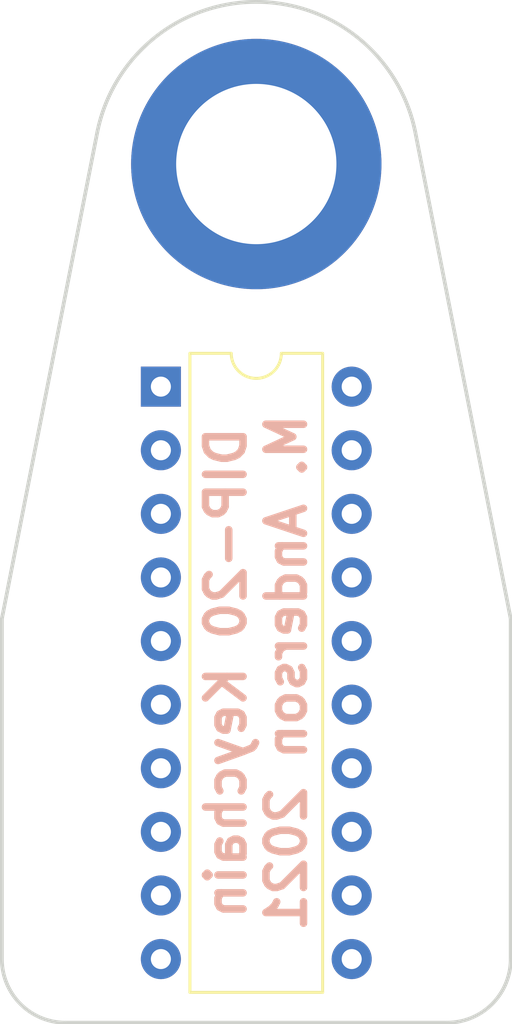
<source format=kicad_pcb>
(kicad_pcb (version 20171130) (host pcbnew 5.0.2+dfsg1-1)

  (general
    (thickness 1.6)
    (drawings 9)
    (tracks 0)
    (zones 0)
    (modules 2)
    (nets 1)
  )

  (page A4)
  (title_block
    (title "DIP-20 Keychain")
    (date 2021-06-28)
    (rev 1)
    (comment 3 2021)
    (comment 4 "Marion Anderson")
  )

  (layers
    (0 F.Cu signal)
    (31 B.Cu signal)
    (32 B.Adhes user)
    (33 F.Adhes user)
    (34 B.Paste user)
    (35 F.Paste user)
    (36 B.SilkS user)
    (37 F.SilkS user)
    (38 B.Mask user)
    (39 F.Mask user)
    (40 Dwgs.User user)
    (41 Cmts.User user)
    (42 Eco1.User user)
    (43 Eco2.User user)
    (44 Edge.Cuts user)
    (45 Margin user)
    (46 B.CrtYd user hide)
    (47 F.CrtYd user)
    (48 B.Fab user hide)
    (49 F.Fab user hide)
  )

  (setup
    (last_trace_width 0.25)
    (trace_clearance 0.2)
    (zone_clearance 0.508)
    (zone_45_only no)
    (trace_min 0.2)
    (segment_width 0.2)
    (edge_width 0.15)
    (via_size 0.8)
    (via_drill 0.4)
    (via_min_size 0.4)
    (via_min_drill 0.3)
    (uvia_size 0.3)
    (uvia_drill 0.1)
    (uvias_allowed no)
    (uvia_min_size 0.2)
    (uvia_min_drill 0.1)
    (pcb_text_width 0.3)
    (pcb_text_size 1.5 1.5)
    (mod_edge_width 0.15)
    (mod_text_size 1 1)
    (mod_text_width 0.15)
    (pad_size 1.524 1.524)
    (pad_drill 0.762)
    (pad_to_mask_clearance 0.051)
    (solder_mask_min_width 0.25)
    (aux_axis_origin 0 0)
    (visible_elements FFFFFF7F)
    (pcbplotparams
      (layerselection 0x010fc_ffffffff)
      (usegerberextensions true)
      (usegerberattributes true)
      (usegerberadvancedattributes false)
      (creategerberjobfile false)
      (excludeedgelayer true)
      (linewidth 0.150000)
      (plotframeref false)
      (viasonmask false)
      (mode 1)
      (useauxorigin false)
      (hpglpennumber 1)
      (hpglpenspeed 20)
      (hpglpendiameter 15.000000)
      (psnegative false)
      (psa4output false)
      (plotreference true)
      (plotvalue false)
      (plotinvisibletext false)
      (padsonsilk false)
      (subtractmaskfromsilk false)
      (outputformat 1)
      (mirror false)
      (drillshape 0)
      (scaleselection 1)
      (outputdirectory "fab/"))
  )

  (net 0 "")

  (net_class Default "This is the default net class."
    (clearance 0.2)
    (trace_width 0.25)
    (via_dia 0.8)
    (via_drill 0.4)
    (uvia_dia 0.3)
    (uvia_drill 0.1)
  )

  (module Package_DIP:DIP-20_W7.62mm (layer F.Cu) (tedit 60D9D56A) (tstamp 60E4B856)
    (at 146.05 81.28)
    (descr "20-lead though-hole mounted DIP package, row spacing 7.62 mm (300 mils)")
    (tags "THT DIP DIL PDIP 2.54mm 7.62mm 300mil")
    (fp_text reference REF** (at 3.81 -2.33) (layer F.SilkS) hide
      (effects (font (size 1 1) (thickness 0.15)))
    )
    (fp_text value DIP-20_W7.62mm (at 3.81 25.19) (layer F.Fab)
      (effects (font (size 1 1) (thickness 0.15)))
    )
    (fp_text user %R (at 3.81 11.43) (layer F.Fab)
      (effects (font (size 1 1) (thickness 0.15)))
    )
    (fp_line (start 8.7 -1.55) (end -1.1 -1.55) (layer F.CrtYd) (width 0.05))
    (fp_line (start 8.7 24.4) (end 8.7 -1.55) (layer F.CrtYd) (width 0.05))
    (fp_line (start -1.1 24.4) (end 8.7 24.4) (layer F.CrtYd) (width 0.05))
    (fp_line (start -1.1 -1.55) (end -1.1 24.4) (layer F.CrtYd) (width 0.05))
    (fp_line (start 6.46 -1.33) (end 4.81 -1.33) (layer F.SilkS) (width 0.12))
    (fp_line (start 6.46 24.19) (end 6.46 -1.33) (layer F.SilkS) (width 0.12))
    (fp_line (start 1.16 24.19) (end 6.46 24.19) (layer F.SilkS) (width 0.12))
    (fp_line (start 1.16 -1.33) (end 1.16 24.19) (layer F.SilkS) (width 0.12))
    (fp_line (start 2.81 -1.33) (end 1.16 -1.33) (layer F.SilkS) (width 0.12))
    (fp_line (start 0.635 -0.27) (end 1.635 -1.27) (layer F.Fab) (width 0.1))
    (fp_line (start 0.635 24.13) (end 0.635 -0.27) (layer F.Fab) (width 0.1))
    (fp_line (start 6.985 24.13) (end 0.635 24.13) (layer F.Fab) (width 0.1))
    (fp_line (start 6.985 -1.27) (end 6.985 24.13) (layer F.Fab) (width 0.1))
    (fp_line (start 1.635 -1.27) (end 6.985 -1.27) (layer F.Fab) (width 0.1))
    (fp_arc (start 3.81 -1.33) (end 2.81 -1.33) (angle -180) (layer F.SilkS) (width 0.12))
    (pad 20 thru_hole oval (at 7.62 0) (size 1.6 1.6) (drill 0.8) (layers *.Cu *.Mask))
    (pad 10 thru_hole oval (at 0 22.86) (size 1.6 1.6) (drill 0.8) (layers *.Cu *.Mask))
    (pad 19 thru_hole oval (at 7.62 2.54) (size 1.6 1.6) (drill 0.8) (layers *.Cu *.Mask))
    (pad 9 thru_hole oval (at 0 20.32) (size 1.6 1.6) (drill 0.8) (layers *.Cu *.Mask))
    (pad 18 thru_hole oval (at 7.62 5.08) (size 1.6 1.6) (drill 0.8) (layers *.Cu *.Mask))
    (pad 8 thru_hole oval (at 0 17.78) (size 1.6 1.6) (drill 0.8) (layers *.Cu *.Mask))
    (pad 17 thru_hole oval (at 7.62 7.62) (size 1.6 1.6) (drill 0.8) (layers *.Cu *.Mask))
    (pad 7 thru_hole oval (at 0 15.24) (size 1.6 1.6) (drill 0.8) (layers *.Cu *.Mask))
    (pad 16 thru_hole oval (at 7.62 10.16) (size 1.6 1.6) (drill 0.8) (layers *.Cu *.Mask))
    (pad 6 thru_hole oval (at 0 12.7) (size 1.6 1.6) (drill 0.8) (layers *.Cu *.Mask))
    (pad 15 thru_hole oval (at 7.62 12.7) (size 1.6 1.6) (drill 0.8) (layers *.Cu *.Mask))
    (pad 5 thru_hole oval (at 0 10.16) (size 1.6 1.6) (drill 0.8) (layers *.Cu *.Mask))
    (pad 14 thru_hole oval (at 7.62 15.24) (size 1.6 1.6) (drill 0.8) (layers *.Cu *.Mask))
    (pad 4 thru_hole oval (at 0 7.62) (size 1.6 1.6) (drill 0.8) (layers *.Cu *.Mask))
    (pad 13 thru_hole oval (at 7.62 17.78) (size 1.6 1.6) (drill 0.8) (layers *.Cu *.Mask))
    (pad 3 thru_hole oval (at 0 5.08) (size 1.6 1.6) (drill 0.8) (layers *.Cu *.Mask))
    (pad 12 thru_hole oval (at 7.62 20.32) (size 1.6 1.6) (drill 0.8) (layers *.Cu *.Mask))
    (pad 2 thru_hole oval (at 0 2.54) (size 1.6 1.6) (drill 0.8) (layers *.Cu *.Mask))
    (pad 11 thru_hole oval (at 7.62 22.86) (size 1.6 1.6) (drill 0.8) (layers *.Cu *.Mask))
    (pad 1 thru_hole rect (at 0 0) (size 1.6 1.6) (drill 0.8) (layers *.Cu *.Mask))
    (model ${KISYS3DMOD}/Package_DIP.3dshapes/DIP-20_W7.62mm.wrl
      (at (xyz 0 0 0))
      (scale (xyz 1 1 1))
      (rotate (xyz 0 0 0))
    )
  )

  (module MountingHole:MountingHole_6.4mm_M6_ISO14580_Pad (layer F.Cu) (tedit 60D9D56E) (tstamp 60E4C891)
    (at 149.86 72.39)
    (descr "Mounting Hole 6.4mm, M6, ISO14580")
    (tags "mounting hole 6.4mm m6 iso14580")
    (attr virtual)
    (fp_text reference REF** (at 0 -6) (layer F.SilkS) hide
      (effects (font (size 1 1) (thickness 0.15)))
    )
    (fp_text value MountingHole_6.4mm_M6_ISO14580_Pad (at 0 6) (layer F.Fab)
      (effects (font (size 1 1) (thickness 0.15)))
    )
    (fp_circle (center 0 0) (end 5.25 0) (layer F.CrtYd) (width 0.05))
    (fp_circle (center 0 0) (end 5 0) (layer Cmts.User) (width 0.15))
    (fp_text user %R (at 0.3 0) (layer F.Fab)
      (effects (font (size 1 1) (thickness 0.15)))
    )
    (pad 1 thru_hole circle (at 0 0) (size 10 10) (drill 6.4) (layers *.Cu *.Mask))
  )

  (gr_line (start 143.51 71.12) (end 139.7 90.551) (layer Edge.Cuts) (width 0.15))
  (gr_line (start 156.21 71.12) (end 160.02 90.551) (layer Edge.Cuts) (width 0.15) (tstamp 60E4D171))
  (gr_arc (start 142.24 104.14) (end 139.7 104.14) (angle -90) (layer Edge.Cuts) (width 0.15))
  (gr_arc (start 157.48 104.14) (end 157.48 106.68) (angle -90) (layer Edge.Cuts) (width 0.15))
  (gr_text "DIP-20 Keychain\nM. Anderson 2021" (at 149.86 92.71 90) (layer B.SilkS) (tstamp 60E4D523)
    (effects (font (size 1.5 1.5) (thickness 0.3)) (justify mirror))
  )
  (gr_arc (start 149.86 72.39) (end 156.209999 71.120001) (angle -157.3801351) (layer Edge.Cuts) (width 0.15) (tstamp 60E4D3E8))
  (gr_line (start 139.7 90.551) (end 139.7 104.14) (layer Edge.Cuts) (width 0.15))
  (gr_line (start 160.02 104.14) (end 160.02 90.551) (layer Edge.Cuts) (width 0.15))
  (gr_line (start 142.24 106.68) (end 157.48 106.68) (layer Edge.Cuts) (width 0.15))

)

</source>
